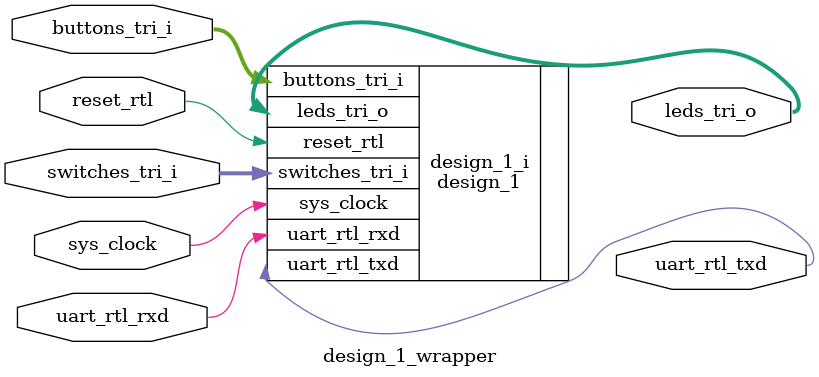
<source format=v>
`timescale 1 ps / 1 ps

module design_1_wrapper
   (buttons_tri_i,
    leds_tri_o,
    reset_rtl,
    switches_tri_i,
    sys_clock,
    uart_rtl_rxd,
    uart_rtl_txd);
  input [2:0]buttons_tri_i;
  output [3:0]leds_tri_o;
  input reset_rtl;
  input [3:0]switches_tri_i;
  input sys_clock;
  input uart_rtl_rxd;
  output uart_rtl_txd;

  wire [2:0]buttons_tri_i;
  wire [3:0]leds_tri_o;
  wire reset_rtl;
  wire [3:0]switches_tri_i;
  wire sys_clock;
  wire uart_rtl_rxd;
  wire uart_rtl_txd;

  design_1 design_1_i
       (.buttons_tri_i(buttons_tri_i),
        .leds_tri_o(leds_tri_o),
        .reset_rtl(reset_rtl),
        .switches_tri_i(switches_tri_i),
        .sys_clock(sys_clock),
        .uart_rtl_rxd(uart_rtl_rxd),
        .uart_rtl_txd(uart_rtl_txd));
endmodule

</source>
